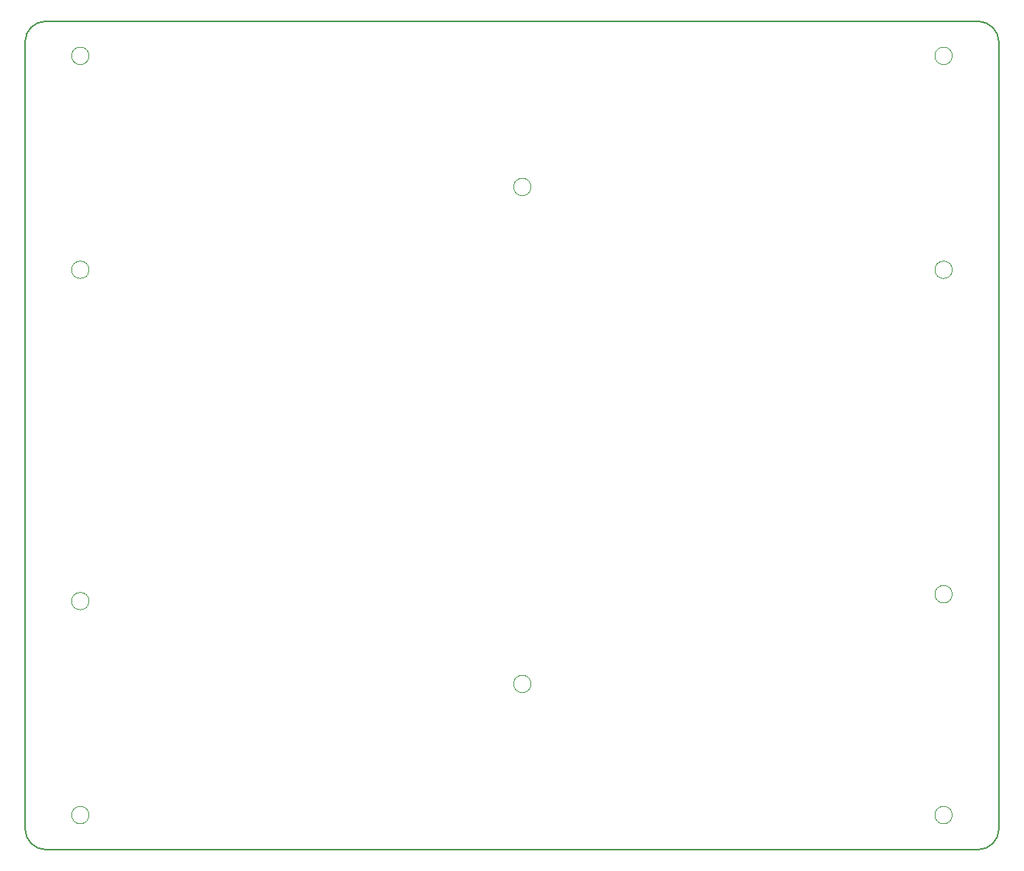
<source format=gm1>
G04 #@! TF.GenerationSoftware,KiCad,Pcbnew,(6.0.9)*
G04 #@! TF.CreationDate,2023-04-02T22:42:08-05:00*
G04 #@! TF.ProjectId,Number Pad,4e756d62-6572-4205-9061-642e6b696361,rev?*
G04 #@! TF.SameCoordinates,Original*
G04 #@! TF.FileFunction,Profile,NP*
%FSLAX46Y46*%
G04 Gerber Fmt 4.6, Leading zero omitted, Abs format (unit mm)*
G04 Created by KiCad (PCBNEW (6.0.9)) date 2023-04-02 22:42:08*
%MOMM*%
%LPD*%
G01*
G04 APERTURE LIST*
G04 #@! TA.AperFunction,Profile*
%ADD10C,0.100000*%
G04 #@! TD*
G04 #@! TA.AperFunction,Profile*
%ADD11C,0.150000*%
G04 #@! TD*
G04 #@! TA.AperFunction,Profile*
%ADD12C,0.151000*%
G04 #@! TD*
G04 APERTURE END LIST*
D10*
X28781250Y-19050000D02*
G75*
G03*
X28781250Y-19050000I-1000000J0D01*
G01*
X79581250Y-34131250D02*
G75*
G03*
X79581250Y-34131250I-1000000J0D01*
G01*
D11*
X21431250Y-107950000D02*
X21431250Y-17462500D01*
X21431250Y-107950000D02*
G75*
G03*
X23812500Y-110331250I2381250J0D01*
G01*
X133350000Y-107950000D02*
X133350000Y-17462500D01*
D10*
X28781250Y-106362500D02*
G75*
G03*
X28781250Y-106362500I-1000000J0D01*
G01*
D11*
X23812500Y-15081250D02*
X130968750Y-15081250D01*
X133349950Y-17462500D02*
G75*
G03*
X130968750Y-15081250I-2381250J0D01*
G01*
X23812500Y-15081250D02*
G75*
G03*
X21431250Y-17462500I0J-2381250D01*
G01*
D10*
X128000000Y-80962500D02*
G75*
G03*
X128000000Y-80962500I-1000000J0D01*
G01*
X28781250Y-43656250D02*
G75*
G03*
X28781250Y-43656250I-1000000J0D01*
G01*
X28781250Y-81756250D02*
G75*
G03*
X28781250Y-81756250I-1000000J0D01*
G01*
X79581250Y-91281250D02*
G75*
G03*
X79581250Y-91281250I-1000000J0D01*
G01*
X128000000Y-106362500D02*
G75*
G03*
X128000000Y-106362500I-1000000J0D01*
G01*
D11*
X23812500Y-110331250D02*
X130968750Y-110331250D01*
D10*
X128000000Y-43656250D02*
G75*
G03*
X128000000Y-43656250I-1000000J0D01*
G01*
X128000000Y-19050000D02*
G75*
G03*
X128000000Y-19050000I-1000000J0D01*
G01*
D12*
X130968750Y-110331300D02*
G75*
G03*
X133350000Y-107950000I-50J2381300D01*
G01*
M02*

</source>
